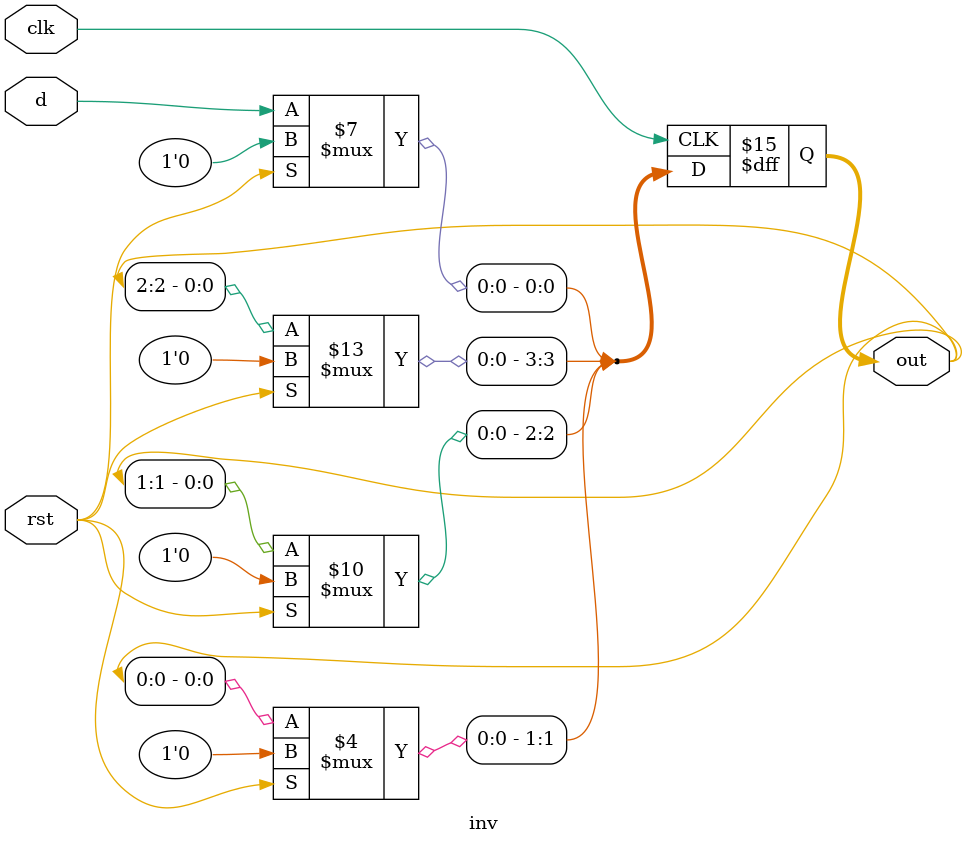
<source format=v>
`timescale 1ns / 1ps

module inv(
    input d, clk,rst, 
    output reg [3:0] out);
    
always @(posedge clk)
begin
    if( rst == 1 ) out = 4'b0000;
    else
    begin
    out[3] = out[2];
    out[2] = out[1];
    out[1] = out[0];
    out[0] = d;
    end
end
endmodule
</source>
